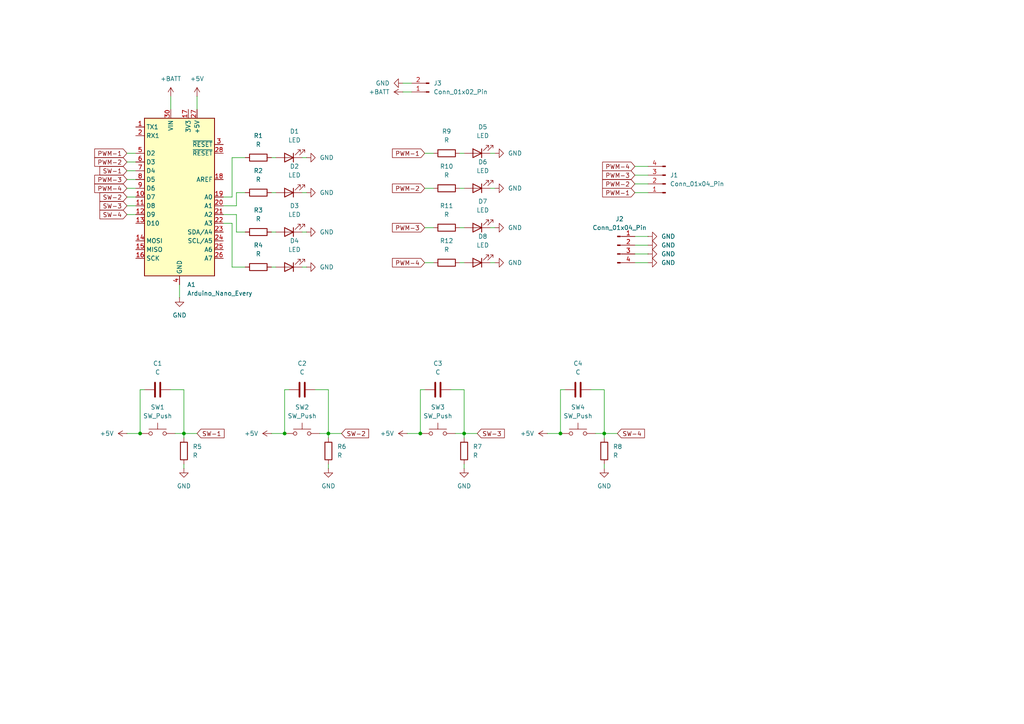
<source format=kicad_sch>
(kicad_sch (version 20231120) (generator "eeschema") (generator_version "8.0")
  (paper "A4")
  (lib_symbols
    (symbol "Connector:Conn_01x02_Pin" (pin_names (offset 1.016) hide)
      (property "Reference" "J" (at 0 2.54 0))
      (property "Value" "Conn_01x02_Pin" (at 0 -5.08 0))
      (symbol "Conn_01x02_Pin_1_1"
        (polyline (pts (xy 1.27 -2.54) (xy 0.8636 -2.54)) (stroke (width 0.1524)))
        (polyline (pts (xy 1.27 0) (xy 0.8636 0)) (stroke (width 0.1524)))
        (rectangle (start 0.8636 -2.413) (end 0 -2.667) (stroke (width 0.1524)) (fill (type outline)))
        (rectangle (start 0.8636 0.127) (end 0 -0.127) (stroke (width 0.1524)) (fill (type outline)))
        (pin passive line (at 5.08 0 180) (length 3.81) (name "Pin_1") (number "1"))
        (pin passive line (at 5.08 -2.54 180) (length 3.81) (name "Pin_2") (number "2"))
      )
    )
    (symbol "Connector:Conn_01x04_Pin" (pin_names (offset 1.016) hide)
      (property "Reference" "J" (at 0 5.08 0))
      (property "Value" "Conn_01x04_Pin" (at 0 -7.62 0))
      (symbol "Conn_01x04_Pin_1_1"
        (polyline (pts (xy 1.27 -5.08) (xy 0.8636 -5.08)) (stroke (width 0.1524)))
        (polyline (pts (xy 1.27 -2.54) (xy 0.8636 -2.54)) (stroke (width 0.1524)))
        (polyline (pts (xy 1.27 0) (xy 0.8636 0)) (stroke (width 0.1524)))
        (polyline (pts (xy 1.27 2.54) (xy 0.8636 2.54)) (stroke (width 0.1524)))
        (rectangle (start 0.8636 -4.953) (end 0 -5.207) (stroke (width 0.1524)) (fill (type outline)))
        (rectangle (start 0.8636 -2.413) (end 0 -2.667) (stroke (width 0.1524)) (fill (type outline)))
        (rectangle (start 0.8636 0.127) (end 0 -0.127) (stroke (width 0.1524)) (fill (type outline)))
        (rectangle (start 0.8636 2.667) (end 0 2.413) (stroke (width 0.1524)) (fill (type outline)))
        (pin passive line (at 5.08 2.54 180) (length 3.81) (name "Pin_1") (number "1"))
        (pin passive line (at 5.08 0 180) (length 3.81) (name "Pin_2") (number "2"))
        (pin passive line (at 5.08 -2.54 180) (length 3.81) (name "Pin_3") (number "3"))
        (pin passive line (at 5.08 -5.08 180) (length 3.81) (name "Pin_4") (number "4"))
      )
    )
    (symbol "Device:C" (pin_numbers hide) (pin_names (offset 0.254))
      (property "Reference" "C" (at 0.635 2.54 0))
      (property "Value" "C" (at 0.635 -2.54 0))
      (symbol "C_0_1"
        (polyline (pts (xy -2.032 -0.762) (xy 2.032 -0.762)) (stroke (width 0.508)))
        (polyline (pts (xy -2.032 0.762) (xy 2.032 0.762)) (stroke (width 0.508)))
      )
      (symbol "C_1_1"
        (pin passive line (at 0 3.81 270) (length 2.794) (name "~") (number "1"))
        (pin passive line (at 0 -3.81 90) (length 2.794) (name "~") (number "2"))
      )
    )
    (symbol "Device:LED" (pin_numbers hide) (pin_names (offset 1.016) hide)
      (property "Reference" "D" (at 0 2.54 0))
      (property "Value" "LED" (at 0 -2.54 0))
      (symbol "LED_0_1"
        (polyline (pts (xy -1.27 -1.27) (xy -1.27 1.27)) (stroke (width 0.254)))
        (polyline (pts (xy -1.27 0) (xy 1.27 0)))
        (polyline (pts (xy 1.27 -1.27) (xy 1.27 1.27) (xy -1.27 0) (xy 1.27 -1.27)) (stroke (width 0.254)))
        (polyline (pts (xy -3.048 -0.762) (xy -4.572 -2.286) (xy -3.81 -2.286) (xy -4.572 -2.286) (xy -4.572 -1.524)))
        (polyline (pts (xy -1.778 -0.762) (xy -3.302 -2.286) (xy -2.54 -2.286) (xy -3.302 -2.286) (xy -3.302 -1.524)))
      )
      (symbol "LED_1_1"
        (pin passive line (at -3.81 0 0) (length 2.54) (name "K") (number "1"))
        (pin passive line (at 3.81 0 180) (length 2.54) (name "A") (number "2"))
      )
    )
    (symbol "Device:R" (pin_numbers hide) (pin_names (offset 0))
      (property "Reference" "R" (at 2.032 0 90))
      (property "Value" "R" (at 0 0 90))
      (symbol "R_0_1"
        (rectangle (start -1.016 -2.54) (end 1.016 2.54) (stroke (width 0.254)))
      )
      (symbol "R_1_1"
        (pin passive line (at 0 3.81 270) (length 1.27) (name "~") (number "1"))
        (pin passive line (at 0 -3.81 90) (length 1.27) (name "~") (number "2"))
      )
    )
    (symbol "MCU_Module:Arduino_Nano_Every"
      (property "Reference" "A" (at -10.16 23.495 0))
      (property "Value" "Arduino_Nano_Every" (at 5.08 -24.13 0))
      (symbol "Arduino_Nano_Every_0_1"
        (rectangle (start -10.16 22.86) (end 10.16 -22.86) (stroke (width 0.254)) (fill (type background)))
      )
      (symbol "Arduino_Nano_Every_1_1"
        (pin bidirectional line (at -12.7 20.32 0) (length 2.54) (name "TX1") (number "1"))
        (pin bidirectional line (at -12.7 0 0) (length 2.54) (name "D7") (number "10"))
        (pin bidirectional line (at -12.7 -2.54 0) (length 2.54) (name "D8") (number "11"))
        (pin bidirectional line (at -12.7 -5.08 0) (length 2.54) (name "D9") (number "12"))
        (pin bidirectional line (at -12.7 -7.62 0) (length 2.54) (name "D10") (number "13"))
        (pin bidirectional line (at -12.7 -12.7 0) (length 2.54) (name "MOSI") (number "14"))
        (pin bidirectional line (at -12.7 -15.24 0) (length 2.54) (name "MISO") (number "15"))
        (pin bidirectional line (at -12.7 -17.78 0) (length 2.54) (name "SCK") (number "16"))
        (pin power_out line (at 2.54 25.4 270) (length 2.54) (name "3V3") (number "17"))
        (pin input line (at 12.7 5.08 180) (length 2.54) (name "AREF") (number "18"))
        (pin bidirectional line (at 12.7 0 180) (length 2.54) (name "A0") (number "19"))
        (pin bidirectional line (at -12.7 17.78 0) (length 2.54) (name "RX1") (number "2"))
        (pin bidirectional line (at 12.7 -2.54 180) (length 2.54) (name "A1") (number "20"))
        (pin bidirectional line (at 12.7 -5.08 180) (length 2.54) (name "A2") (number "21"))
        (pin bidirectional line (at 12.7 -7.62 180) (length 2.54) (name "A3") (number "22"))
        (pin bidirectional line (at 12.7 -10.16 180) (length 2.54) (name "SDA/A4") (number "23"))
        (pin bidirectional line (at 12.7 -12.7 180) (length 2.54) (name "SCL/A5") (number "24"))
        (pin bidirectional line (at 12.7 -15.24 180) (length 2.54) (name "A6") (number "25"))
        (pin bidirectional line (at 12.7 -17.78 180) (length 2.54) (name "A7") (number "26"))
        (pin power_out line (at 5.08 25.4 270) (length 2.54) (name "+5V") (number "27"))
        (pin input line (at 12.7 12.7 180) (length 2.54) (name "~{RESET}") (number "28"))
        (pin passive line (at 0 -25.4 90) (length 2.54) hide (name "GND") (number "29"))
        (pin input line (at 12.7 15.24 180) (length 2.54) (name "~{RESET}") (number "3"))
        (pin power_in line (at -2.54 25.4 270) (length 2.54) (name "VIN") (number "30"))
        (pin power_in line (at 0 -25.4 90) (length 2.54) (name "GND") (number "4"))
        (pin bidirectional line (at -12.7 12.7 0) (length 2.54) (name "D2") (number "5"))
        (pin bidirectional line (at -12.7 10.16 0) (length 2.54) (name "D3") (number "6"))
        (pin bidirectional line (at -12.7 7.62 0) (length 2.54) (name "D4") (number "7"))
        (pin bidirectional line (at -12.7 5.08 0) (length 2.54) (name "D5") (number "8"))
        (pin bidirectional line (at -12.7 2.54 0) (length 2.54) (name "D6") (number "9"))
      )
    )
    (symbol "Switch:SW_Push" (pin_numbers hide) (pin_names (offset 1.016) hide)
      (property "Reference" "SW" (at 1.27 2.54 0))
      (property "Value" "SW_Push" (at 0 -1.524 0))
      (symbol "SW_Push_0_1"
        (circle (center -2.032 0) (radius 0.508))
        (polyline (pts (xy 0 1.27) (xy 0 3.048)))
        (polyline (pts (xy 2.54 1.27) (xy -2.54 1.27)))
        (circle (center 2.032 0) (radius 0.508))
        (pin passive line (at -5.08 0 0) (length 2.54) (name "1") (number "1"))
        (pin passive line (at 5.08 0 180) (length 2.54) (name "2") (number "2"))
      )
    )
    (symbol "power:+5V" (power) (pin_numbers hide) (pin_names (offset 0) hide)
      (property "Value" "+5V" (at 0 3.556 0))
      (symbol "+5V_0_1"
        (polyline (pts (xy -0.762 1.27) (xy 0 2.54)))
        (polyline (pts (xy 0 0) (xy 0 2.54)))
        (polyline (pts (xy 0 2.54) (xy 0.762 1.27)))
      )
      (symbol "+5V_1_1"
        (pin power_in line (at 0 0 90) (length 0) (name "~") (number "1"))
      )
    )
    (symbol "power:+BATT" (power) (pin_numbers hide) (pin_names (offset 0) hide)
      (property "Value" "+BATT" (at 0 3.556 0))
      (symbol "+BATT_0_1"
        (polyline (pts (xy -0.762 1.27) (xy 0 2.54)))
        (polyline (pts (xy 0 0) (xy 0 2.54)))
        (polyline (pts (xy 0 2.54) (xy 0.762 1.27)))
      )
      (symbol "+BATT_1_1"
        (pin power_in line (at 0 0 90) (length 0) (name "~") (number "1"))
      )
    )
    (symbol "power:GND" (power) (pin_numbers hide) (pin_names (offset 0) hide)
      (property "Value" "GND" (at 0 -3.81 0))
      (symbol "GND_0_1"
        (polyline (pts (xy 0 0) (xy 0 -1.27) (xy 1.27 -1.27) (xy 0 -2.54) (xy -1.27 -1.27) (xy 0 -1.27)))
      )
      (symbol "GND_1_1"
        (pin power_in line (at 0 0 270) (length 0) (name "~") (number "1"))
      )
    )
  )
  (junction (at 121.92 125.73))
  (junction (at 82.55 125.73))
  (junction (at 134.62 125.73))
  (junction (at 95.25 125.73))
  (junction (at 40.64 125.73))
  (junction (at 162.56 125.73))
  (junction (at 175.26 125.73))
  (junction (at 53.34 125.73))
  (wire (pts (xy 171.45 113.03) (xy 175.26 113.03)))
  (wire (pts (xy 123.19 66.04) (xy 125.73 66.04)))
  (wire (pts (xy 184.15 76.2) (xy 187.96 76.2)))
  (wire (pts (xy 36.83 46.99) (xy 39.37 46.99)))
  (wire (pts (xy 95.25 125.73) (xy 99.06 125.73)))
  (wire (pts (xy 36.83 57.15) (xy 39.37 57.15)))
  (wire (pts (xy 134.62 125.73) (xy 138.43 125.73)))
  (wire (pts (xy 184.15 55.88) (xy 187.96 55.88)))
  (wire (pts (xy 53.34 125.73) (xy 53.34 127)))
  (wire (pts (xy 175.26 134.62) (xy 175.26 135.89)))
  (wire (pts (xy 121.92 113.03) (xy 123.19 113.03)))
  (wire (pts (xy 67.31 57.15) (xy 67.31 45.72)))
  (wire (pts (xy 175.26 125.73) (xy 179.07 125.73)))
  (wire (pts (xy 88.9 77.47) (xy 87.63 77.47)))
  (wire (pts (xy 80.01 45.72) (xy 78.74 45.72)))
  (wire (pts (xy 88.9 45.72) (xy 87.63 45.72)))
  (wire (pts (xy 36.83 125.73) (xy 40.64 125.73)))
  (wire (pts (xy 116.84 24.13) (xy 119.38 24.13)))
  (wire (pts (xy 134.62 125.73) (xy 134.62 127)))
  (wire (pts (xy 134.62 44.45) (xy 133.35 44.45)))
  (wire (pts (xy 67.31 77.47) (xy 71.12 77.47)))
  (wire (pts (xy 67.31 45.72) (xy 71.12 45.72)))
  (wire (pts (xy 95.25 125.73) (xy 95.25 127)))
  (wire (pts (xy 64.77 59.69) (xy 68.58 59.69)))
  (wire (pts (xy 91.44 113.03) (xy 95.25 113.03)))
  (wire (pts (xy 158.75 125.73) (xy 162.56 125.73)))
  (wire (pts (xy 118.11 125.73) (xy 121.92 125.73)))
  (wire (pts (xy 184.15 71.12) (xy 187.96 71.12)))
  (wire (pts (xy 82.55 113.03) (xy 83.82 113.03)))
  (wire (pts (xy 134.62 134.62) (xy 134.62 135.89)))
  (wire (pts (xy 123.19 76.2) (xy 125.73 76.2)))
  (wire (pts (xy 49.53 27.94) (xy 49.53 31.75)))
  (wire (pts (xy 184.15 48.26) (xy 187.96 48.26)))
  (wire (pts (xy 40.64 113.03) (xy 41.91 113.03)))
  (wire (pts (xy 64.77 64.77) (xy 67.31 64.77)))
  (wire (pts (xy 80.01 77.47) (xy 78.74 77.47)))
  (wire (pts (xy 143.51 44.45) (xy 142.24 44.45)))
  (wire (pts (xy 143.51 66.04) (xy 142.24 66.04)))
  (wire (pts (xy 36.83 59.69) (xy 39.37 59.69)))
  (wire (pts (xy 116.84 26.67) (xy 119.38 26.67)))
  (wire (pts (xy 143.51 76.2) (xy 142.24 76.2)))
  (wire (pts (xy 123.19 54.61) (xy 125.73 54.61)))
  (wire (pts (xy 36.83 54.61) (xy 39.37 54.61)))
  (wire (pts (xy 134.62 76.2) (xy 133.35 76.2)))
  (wire (pts (xy 134.62 54.61) (xy 133.35 54.61)))
  (wire (pts (xy 121.92 125.73) (xy 121.92 113.03)))
  (wire (pts (xy 36.83 52.07) (xy 39.37 52.07)))
  (wire (pts (xy 82.55 125.73) (xy 82.55 113.03)))
  (wire (pts (xy 67.31 64.77) (xy 67.31 77.47)))
  (wire (pts (xy 175.26 125.73) (xy 172.72 125.73)))
  (wire (pts (xy 53.34 113.03) (xy 53.34 125.73)))
  (wire (pts (xy 68.58 62.23) (xy 68.58 67.31)))
  (wire (pts (xy 53.34 125.73) (xy 57.15 125.73)))
  (wire (pts (xy 64.77 57.15) (xy 67.31 57.15)))
  (wire (pts (xy 36.83 62.23) (xy 39.37 62.23)))
  (wire (pts (xy 134.62 125.73) (xy 132.08 125.73)))
  (wire (pts (xy 88.9 55.88) (xy 87.63 55.88)))
  (wire (pts (xy 53.34 134.62) (xy 53.34 135.89)))
  (wire (pts (xy 162.56 125.73) (xy 162.56 113.03)))
  (wire (pts (xy 184.15 53.34) (xy 187.96 53.34)))
  (wire (pts (xy 68.58 59.69) (xy 68.58 55.88)))
  (wire (pts (xy 123.19 44.45) (xy 125.73 44.45)))
  (wire (pts (xy 143.51 54.61) (xy 142.24 54.61)))
  (wire (pts (xy 80.01 55.88) (xy 78.74 55.88)))
  (wire (pts (xy 36.83 44.45) (xy 39.37 44.45)))
  (wire (pts (xy 184.15 73.66) (xy 187.96 73.66)))
  (wire (pts (xy 52.07 86.36) (xy 52.07 82.55)))
  (wire (pts (xy 68.58 67.31) (xy 71.12 67.31)))
  (wire (pts (xy 134.62 113.03) (xy 134.62 125.73)))
  (wire (pts (xy 175.26 113.03) (xy 175.26 125.73)))
  (wire (pts (xy 53.34 125.73) (xy 50.8 125.73)))
  (wire (pts (xy 64.77 62.23) (xy 68.58 62.23)))
  (wire (pts (xy 95.25 134.62) (xy 95.25 135.89)))
  (wire (pts (xy 36.83 49.53) (xy 39.37 49.53)))
  (wire (pts (xy 95.25 125.73) (xy 92.71 125.73)))
  (wire (pts (xy 175.26 125.73) (xy 175.26 127)))
  (wire (pts (xy 187.96 68.58) (xy 184.15 68.58)))
  (wire (pts (xy 95.25 113.03) (xy 95.25 125.73)))
  (wire (pts (xy 80.01 67.31) (xy 78.74 67.31)))
  (wire (pts (xy 68.58 55.88) (xy 71.12 55.88)))
  (wire (pts (xy 134.62 66.04) (xy 133.35 66.04)))
  (wire (pts (xy 78.74 125.73) (xy 82.55 125.73)))
  (wire (pts (xy 184.15 50.8) (xy 187.96 50.8)))
  (wire (pts (xy 130.81 113.03) (xy 134.62 113.03)))
  (wire (pts (xy 49.53 113.03) (xy 53.34 113.03)))
  (wire (pts (xy 57.15 27.94) (xy 57.15 31.75)))
  (wire (pts (xy 40.64 125.73) (xy 40.64 113.03)))
  (wire (pts (xy 162.56 113.03) (xy 163.83 113.03)))
  (wire (pts (xy 88.9 67.31) (xy 87.63 67.31)))
  (global_label "PWM-1" (shape input) (at 36.83 44.45 180) (property "Intersheetrefs" "${INTERSHEET_REFS}" (effects (hide yes))))
  (global_label "SW-4" (shape input) (at 36.83 62.23 180) (property "Intersheetrefs" "${INTERSHEET_REFS}" (effects (hide yes))))
  (global_label "PWM-1" (shape input) (at 123.19 44.45 180) (property "Intersheetrefs" "${INTERSHEET_REFS}" (effects (hide yes))))
  (global_label "SW-2" (shape input) (at 36.83 57.15 180) (property "Intersheetrefs" "${INTERSHEET_REFS}" (effects (hide yes))))
  (global_label "PWM-3" (shape input) (at 123.19 66.04 180) (property "Intersheetrefs" "${INTERSHEET_REFS}" (effects (hide yes))))
  (global_label "PWM-2" (shape input) (at 184.15 53.34 180) (property "Intersheetrefs" "${INTERSHEET_REFS}" (effects (hide yes))))
  (global_label "PWM-1" (shape input) (at 184.15 55.88 180) (property "Intersheetrefs" "${INTERSHEET_REFS}" (effects (hide yes))))
  (global_label "SW-3" (shape input) (at 36.83 59.69 180) (property "Intersheetrefs" "${INTERSHEET_REFS}" (effects (hide yes))))
  (global_label "PWM-2" (shape input) (at 36.83 46.99 180) (property "Intersheetrefs" "${INTERSHEET_REFS}" (effects (hide yes))))
  (global_label "PWM-4" (shape input) (at 36.83 54.61 180) (property "Intersheetrefs" "${INTERSHEET_REFS}" (effects (hide yes))))
  (global_label "SW-4" (shape input) (at 179.07 125.73 0) (property "Intersheetrefs" "${INTERSHEET_REFS}" (effects (hide yes))))
  (global_label "SW-1" (shape input) (at 36.83 49.53 180) (property "Intersheetrefs" "${INTERSHEET_REFS}" (effects (hide yes))))
  (global_label "SW-2" (shape input) (at 99.06 125.73 0) (property "Intersheetrefs" "${INTERSHEET_REFS}" (effects (hide yes))))
  (global_label "PWM-2" (shape input) (at 123.19 54.61 180) (property "Intersheetrefs" "${INTERSHEET_REFS}" (effects (hide yes))))
  (global_label "PWM-4" (shape input) (at 184.15 48.26 180) (property "Intersheetrefs" "${INTERSHEET_REFS}" (effects (hide yes))))
  (global_label "PWM-4" (shape input) (at 123.19 76.2 180) (property "Intersheetrefs" "${INTERSHEET_REFS}" (effects (hide yes))))
  (global_label "PWM-3" (shape input) (at 184.15 50.8 180) (property "Intersheetrefs" "${INTERSHEET_REFS}" (effects (hide yes))))
  (global_label "SW-3" (shape input) (at 138.43 125.73 0) (property "Intersheetrefs" "${INTERSHEET_REFS}" (effects (hide yes))))
  (global_label "SW-1" (shape input) (at 57.15 125.73 0) (property "Intersheetrefs" "${INTERSHEET_REFS}" (effects (hide yes))))
  (global_label "PWM-3" (shape input) (at 36.83 52.07 180) (property "Intersheetrefs" "${INTERSHEET_REFS}" (effects (hide yes))))
  (symbol (lib_id "Switch:SW_Push") (at 167.64 125.73 0) (unit 1)
    (property "Reference" "SW4" (at 167.64 118.11 0))
    (property "Value" "SW_Push" (at 167.64 120.65 0))
    (property "Footprint" "Button_Switch_THT:SW_PUSH_6mm" (effects (hide yes)))
    (property "Description" "Push button switch, generic, two pins" (effects (hide yes)))
  )
  (symbol (lib_id "Device:C") (at 87.63 113.03 90) (unit 1)
    (property "Reference" "C2" (at 87.63 105.41 90))
    (property "Value" "C" (at 87.63 107.95 90))
    (property "Footprint" "Capacitor_THT:C_Disc_D6.0mm_W4.4mm_P5.00mm" (effects (hide yes)))
    (property "Description" "Unpolarized capacitor" (effects (hide yes)))
  )
  (symbol (lib_id "Device:LED") (at 138.43 54.61 180) (unit 1)
    (property "Reference" "D6" (at 140.0175 46.99 0))
    (property "Value" "LED" (at 140.0175 49.53 0))
    (property "Footprint" "LED_THT:LED_D3.0mm" (effects (hide yes)))
    (property "Description" "Light emitting diode" (effects (hide yes)))
  )
  (symbol (lib_id "Device:C") (at 167.64 113.03 90) (unit 1)
    (property "Reference" "C4" (at 167.64 105.41 90))
    (property "Value" "C" (at 167.64 107.95 90))
    (property "Footprint" "Capacitor_THT:C_Disc_D6.0mm_W4.4mm_P5.00mm" (effects (hide yes)))
    (property "Description" "Unpolarized capacitor" (effects (hide yes)))
  )
  (symbol (lib_id "power:+BATT") (at 116.84 26.67 90) (unit 1)
    (property "Reference" "#PWR024" (effects (hide yes)))
    (property "Value" "+BATT" (at 113.03 26.6699 90) (effects (justify left)))
    (property "Description" "Power symbol creates a global label with name \"+BATT\"" (effects (hide yes)))
  )
  (symbol (lib_id "Device:R") (at 175.26 130.81 0) (unit 1)
    (property "Reference" "R8" (at 177.8 129.5399 0) (effects (justify left)))
    (property "Value" "R" (at 177.8 132.0799 0) (effects (justify left)))
    (property "Footprint" "Resistor_THT:R_Axial_DIN0207_L6.3mm_D2.5mm_P10.16mm_Horizontal" (effects (hide yes)))
    (property "Description" "Resistor" (effects (hide yes)))
  )
  (symbol (lib_id "power:GND") (at 88.9 45.72 90) (unit 1)
    (property "Reference" "#PWR03" (effects (hide yes)))
    (property "Value" "GND" (at 92.71 45.7199 90) (effects (justify right)))
    (property "Description" "Power symbol creates a global label with name \"GND\" , ground" (effects (hide yes)))
  )
  (symbol (lib_id "power:+5V") (at 36.83 125.73 90) (unit 1)
    (property "Reference" "#PWR09" (effects (hide yes)))
    (property "Value" "+5V" (at 33.02 125.7299 90) (effects (justify left)))
    (property "Description" "Power symbol creates a global label with name \"+5V\"" (effects (hide yes)))
  )
  (symbol (lib_id "Device:R") (at 95.25 130.81 0) (unit 1)
    (property "Reference" "R6" (at 97.79 129.5399 0) (effects (justify left)))
    (property "Value" "R" (at 97.79 132.0799 0) (effects (justify left)))
    (property "Footprint" "Resistor_THT:R_Axial_DIN0207_L6.3mm_D2.5mm_P10.16mm_Horizontal" (effects (hide yes)))
    (property "Description" "Resistor" (effects (hide yes)))
  )
  (symbol (lib_id "Device:LED") (at 138.43 44.45 180) (unit 1)
    (property "Reference" "D5" (at 140.0175 36.83 0))
    (property "Value" "LED" (at 140.0175 39.37 0))
    (property "Footprint" "LED_THT:LED_D3.0mm" (effects (hide yes)))
    (property "Description" "Light emitting diode" (effects (hide yes)))
  )
  (symbol (lib_id "Device:C") (at 127 113.03 90) (unit 1)
    (property "Reference" "C3" (at 127 105.41 90))
    (property "Value" "C" (at 127 107.95 90))
    (property "Footprint" "Capacitor_THT:C_Disc_D6.0mm_W4.4mm_P5.00mm" (effects (hide yes)))
    (property "Description" "Unpolarized capacitor" (effects (hide yes)))
  )
  (symbol (lib_id "power:+BATT") (at 49.53 27.94 0) (unit 1)
    (property "Reference" "#PWR01" (effects (hide yes)))
    (property "Value" "+BATT" (at 49.53 22.86 0))
    (property "Description" "Power symbol creates a global label with name \"+BATT\"" (effects (hide yes)))
  )
  (symbol (lib_id "Connector:Conn_01x04_Pin") (at 179.07 71.12 0) (unit 1)
    (property "Reference" "J2" (at 179.705 63.5 0))
    (property "Value" "Conn_01x04_Pin" (at 179.705 66.04 0))
    (property "Footprint" "Connector_PinHeader_2.54mm:PinHeader_1x04_P2.54mm_Vertical" (effects (hide yes)))
    (property "Description" "Generic connector, single row, 01x04, script generated" (effects (hide yes)))
  )
  (symbol (lib_id "Device:R") (at 74.93 77.47 90) (unit 1)
    (property "Reference" "R4" (at 74.93 71.12 90))
    (property "Value" "R" (at 74.93 73.66 90))
    (property "Footprint" "Resistor_THT:R_Axial_DIN0207_L6.3mm_D2.5mm_P10.16mm_Horizontal" (effects (hide yes)))
    (property "Description" "Resistor" (effects (hide yes)))
  )
  (symbol (lib_id "power:GND") (at 52.07 86.36 0) (unit 1)
    (property "Reference" "#PWR02" (effects (hide yes)))
    (property "Value" "GND" (at 52.07 91.44 0))
    (property "Description" "Power symbol creates a global label with name \"GND\" , ground" (effects (hide yes)))
  )
  (symbol (lib_id "power:GND") (at 95.25 135.89 0) (unit 1)
    (property "Reference" "#PWR011" (effects (hide yes)))
    (property "Value" "GND" (at 95.25 140.97 0))
    (property "Description" "Power symbol creates a global label with name \"GND\" , ground" (effects (hide yes)))
  )
  (symbol (lib_id "power:GND") (at 116.84 24.13 270) (unit 1)
    (property "Reference" "#PWR025" (effects (hide yes)))
    (property "Value" "GND" (at 113.03 24.1299 90) (effects (justify right)))
    (property "Description" "Power symbol creates a global label with name \"GND\" , ground" (effects (hide yes)))
  )
  (symbol (lib_id "power:GND") (at 143.51 54.61 90) (unit 1)
    (property "Reference" "#PWR017" (effects (hide yes)))
    (property "Value" "GND" (at 147.32 54.6099 90) (effects (justify right)))
    (property "Description" "Power symbol creates a global label with name \"GND\" , ground" (effects (hide yes)))
  )
  (symbol (lib_id "power:GND") (at 143.51 66.04 90) (unit 1)
    (property "Reference" "#PWR018" (effects (hide yes)))
    (property "Value" "GND" (at 147.32 66.0399 90) (effects (justify right)))
    (property "Description" "Power symbol creates a global label with name \"GND\" , ground" (effects (hide yes)))
  )
  (symbol (lib_id "Device:LED") (at 138.43 66.04 180) (unit 1)
    (property "Reference" "D7" (at 140.0175 58.42 0))
    (property "Value" "LED" (at 140.0175 60.96 0))
    (property "Footprint" "LED_THT:LED_D3.0mm" (effects (hide yes)))
    (property "Description" "Light emitting diode" (effects (hide yes)))
  )
  (symbol (lib_id "Switch:SW_Push") (at 45.72 125.73 0) (unit 1)
    (property "Reference" "SW1" (at 45.72 118.11 0))
    (property "Value" "SW_Push" (at 45.72 120.65 0))
    (property "Footprint" "Button_Switch_THT:SW_PUSH_6mm" (effects (hide yes)))
    (property "Description" "Push button switch, generic, two pins" (effects (hide yes)))
  )
  (symbol (lib_id "power:+5V") (at 57.15 27.94 0) (unit 1)
    (property "Reference" "#PWR08" (effects (hide yes)))
    (property "Value" "+5V" (at 57.15 22.86 0))
    (property "Description" "Power symbol creates a global label with name \"+5V\"" (effects (hide yes)))
  )
  (symbol (lib_id "Connector:Conn_01x02_Pin") (at 124.46 26.67 180) (unit 1)
    (property "Reference" "J3" (at 125.73 24.1299 0) (effects (justify right)))
    (property "Value" "Conn_01x02_Pin" (at 125.73 26.6699 0) (effects (justify right)))
    (property "Footprint" "Connector_AMASS:AMASS_XT60-M_1x02_P7.20mm_Vertical" (effects (hide yes)))
    (property "Description" "Generic connector, single row, 01x02, script generated" (effects (hide yes)))
  )
  (symbol (lib_id "power:+5V") (at 78.74 125.73 90) (unit 1)
    (property "Reference" "#PWR010" (effects (hide yes)))
    (property "Value" "+5V" (at 74.93 125.7299 90) (effects (justify left)))
    (property "Description" "Power symbol creates a global label with name \"+5V\"" (effects (hide yes)))
  )
  (symbol (lib_id "Switch:SW_Push") (at 87.63 125.73 0) (unit 1)
    (property "Reference" "SW2" (at 87.63 118.11 0))
    (property "Value" "SW_Push" (at 87.63 120.65 0))
    (property "Footprint" "Button_Switch_THT:SW_PUSH_6mm" (effects (hide yes)))
    (property "Description" "Push button switch, generic, two pins" (effects (hide yes)))
  )
  (symbol (lib_id "power:GND") (at 187.96 68.58 90) (unit 1)
    (property "Reference" "#PWR020" (effects (hide yes)))
    (property "Value" "GND" (at 191.77 68.5799 90) (effects (justify right)))
    (property "Description" "Power symbol creates a global label with name \"GND\" , ground" (effects (hide yes)))
  )
  (symbol (lib_id "power:GND") (at 88.9 55.88 90) (unit 1)
    (property "Reference" "#PWR04" (effects (hide yes)))
    (property "Value" "GND" (at 92.71 55.8799 90) (effects (justify right)))
    (property "Description" "Power symbol creates a global label with name \"GND\" , ground" (effects (hide yes)))
  )
  (symbol (lib_id "Device:R") (at 53.34 130.81 0) (unit 1)
    (property "Reference" "R5" (at 55.88 129.5399 0) (effects (justify left)))
    (property "Value" "R" (at 55.88 132.0799 0) (effects (justify left)))
    (property "Footprint" "Resistor_THT:R_Axial_DIN0207_L6.3mm_D2.5mm_P10.16mm_Horizontal" (effects (hide yes)))
    (property "Description" "Resistor" (effects (hide yes)))
  )
  (symbol (lib_id "power:GND") (at 53.34 135.89 0) (unit 1)
    (property "Reference" "#PWR07" (effects (hide yes)))
    (property "Value" "GND" (at 53.34 140.97 0))
    (property "Description" "Power symbol creates a global label with name \"GND\" , ground" (effects (hide yes)))
  )
  (symbol (lib_id "Device:R") (at 129.54 54.61 90) (unit 1)
    (property "Reference" "R10" (at 129.54 48.26 90))
    (property "Value" "R" (at 129.54 50.8 90))
    (property "Footprint" "Resistor_THT:R_Axial_DIN0207_L6.3mm_D2.5mm_P10.16mm_Horizontal" (effects (hide yes)))
    (property "Description" "Resistor" (effects (hide yes)))
  )
  (symbol (lib_id "power:GND") (at 187.96 73.66 90) (unit 1)
    (property "Reference" "#PWR022" (effects (hide yes)))
    (property "Value" "GND" (at 191.77 73.6599 90) (effects (justify right)))
    (property "Description" "Power symbol creates a global label with name \"GND\" , ground" (effects (hide yes)))
  )
  (symbol (lib_id "Device:LED") (at 138.43 76.2 180) (unit 1)
    (property "Reference" "D8" (at 140.0175 68.58 0))
    (property "Value" "LED" (at 140.0175 71.12 0))
    (property "Footprint" "LED_THT:LED_D3.0mm" (effects (hide yes)))
    (property "Description" "Light emitting diode" (effects (hide yes)))
  )
  (symbol (lib_id "Device:R") (at 74.93 55.88 90) (unit 1)
    (property "Reference" "R2" (at 74.93 49.53 90))
    (property "Value" "R" (at 74.93 52.07 90))
    (property "Footprint" "Resistor_THT:R_Axial_DIN0207_L6.3mm_D2.5mm_P10.16mm_Horizontal" (effects (hide yes)))
    (property "Description" "Resistor" (effects (hide yes)))
  )
  (symbol (lib_id "power:+5V") (at 118.11 125.73 90) (unit 1)
    (property "Reference" "#PWR012" (effects (hide yes)))
    (property "Value" "+5V" (at 114.3 125.7299 90) (effects (justify left)))
    (property "Description" "Power symbol creates a global label with name \"+5V\"" (effects (hide yes)))
  )
  (symbol (lib_id "Device:LED") (at 83.82 45.72 180) (unit 1)
    (property "Reference" "D1" (at 85.4075 38.1 0))
    (property "Value" "LED" (at 85.4075 40.64 0))
    (property "Footprint" "LED_THT:LED_D3.0mm" (effects (hide yes)))
    (property "Description" "Light emitting diode" (effects (hide yes)))
  )
  (symbol (lib_id "power:GND") (at 88.9 67.31 90) (unit 1)
    (property "Reference" "#PWR05" (effects (hide yes)))
    (property "Value" "GND" (at 92.71 67.3099 90) (effects (justify right)))
    (property "Description" "Power symbol creates a global label with name \"GND\" , ground" (effects (hide yes)))
  )
  (symbol (lib_id "Device:R") (at 134.62 130.81 0) (unit 1)
    (property "Reference" "R7" (at 137.16 129.5399 0) (effects (justify left)))
    (property "Value" "R" (at 137.16 132.0799 0) (effects (justify left)))
    (property "Footprint" "Resistor_THT:R_Axial_DIN0207_L6.3mm_D2.5mm_P10.16mm_Horizontal" (effects (hide yes)))
    (property "Description" "Resistor" (effects (hide yes)))
  )
  (symbol (lib_id "Switch:SW_Push") (at 127 125.73 0) (unit 1)
    (property "Reference" "SW3" (at 127 118.11 0))
    (property "Value" "SW_Push" (at 127 120.65 0))
    (property "Footprint" "Button_Switch_THT:SW_PUSH_6mm" (effects (hide yes)))
    (property "Description" "Push button switch, generic, two pins" (effects (hide yes)))
  )
  (symbol (lib_id "Device:C") (at 45.72 113.03 90) (unit 1)
    (property "Reference" "C1" (at 45.72 105.41 90))
    (property "Value" "C" (at 45.72 107.95 90))
    (property "Footprint" "Capacitor_THT:C_Disc_D6.0mm_W4.4mm_P5.00mm" (effects (hide yes)))
    (property "Description" "Unpolarized capacitor" (effects (hide yes)))
  )
  (symbol (lib_id "Device:R") (at 129.54 76.2 90) (unit 1)
    (property "Reference" "R12" (at 129.54 69.85 90))
    (property "Value" "R" (at 129.54 72.39 90))
    (property "Footprint" "Resistor_THT:R_Axial_DIN0207_L6.3mm_D2.5mm_P10.16mm_Horizontal" (effects (hide yes)))
    (property "Description" "Resistor" (effects (hide yes)))
  )
  (symbol (lib_id "power:GND") (at 134.62 135.89 0) (unit 1)
    (property "Reference" "#PWR013" (effects (hide yes)))
    (property "Value" "GND" (at 134.62 140.97 0))
    (property "Description" "Power symbol creates a global label with name \"GND\" , ground" (effects (hide yes)))
  )
  (symbol (lib_id "MCU_Module:Arduino_Nano_Every") (at 52.07 57.15 0) (unit 1)
    (property "Reference" "A1" (at 54.2641 82.55 0) (effects (justify left)))
    (property "Value" "Arduino_Nano_Every" (at 54.2641 85.09 0) (effects (justify left)))
    (property "Footprint" "Module:Arduino_Nano" (effects (hide yes)))
    (property "Datasheet" "https://content.arduino.cc/assets/NANOEveryV3.0_sch.pdf" (effects (hide yes)))
    (property "Description" "Arduino Nano Every" (effects (hide yes)))
  )
  (symbol (lib_id "power:GND") (at 88.9 77.47 90) (unit 1)
    (property "Reference" "#PWR06" (effects (hide yes)))
    (property "Value" "GND" (at 92.71 77.4699 90) (effects (justify right)))
    (property "Description" "Power symbol creates a global label with name \"GND\" , ground" (effects (hide yes)))
  )
  (symbol (lib_id "Device:R") (at 129.54 66.04 90) (unit 1)
    (property "Reference" "R11" (at 129.54 59.69 90))
    (property "Value" "R" (at 129.54 62.23 90))
    (property "Footprint" "Resistor_THT:R_Axial_DIN0207_L6.3mm_D2.5mm_P10.16mm_Horizontal" (effects (hide yes)))
    (property "Description" "Resistor" (effects (hide yes)))
  )
  (symbol (lib_id "Connector:Conn_01x04_Pin") (at 193.04 53.34 180) (unit 1)
    (property "Reference" "J1" (at 194.31 50.7999 0) (effects (justify right)))
    (property "Value" "Conn_01x04_Pin" (at 194.31 53.3399 0) (effects (justify right)))
    (property "Footprint" "Connector_PinHeader_2.54mm:PinHeader_1x04_P2.54mm_Vertical" (effects (hide yes)))
    (property "Description" "Generic connector, single row, 01x04, script generated" (effects (hide yes)))
  )
  (symbol (lib_id "power:+5V") (at 158.75 125.73 90) (unit 1)
    (property "Reference" "#PWR014" (effects (hide yes)))
    (property "Value" "+5V" (at 154.94 125.7299 90) (effects (justify left)))
    (property "Description" "Power symbol creates a global label with name \"+5V\"" (effects (hide yes)))
  )
  (symbol (lib_id "Device:R") (at 74.93 45.72 90) (unit 1)
    (property "Reference" "R1" (at 74.93 39.37 90))
    (property "Value" "R" (at 74.93 41.91 90))
    (property "Footprint" "Resistor_THT:R_Axial_DIN0207_L6.3mm_D2.5mm_P10.16mm_Horizontal" (effects (hide yes)))
    (property "Description" "Resistor" (effects (hide yes)))
  )
  (symbol (lib_id "Device:R") (at 129.54 44.45 90) (unit 1)
    (property "Reference" "R9" (at 129.54 38.1 90))
    (property "Value" "R" (at 129.54 40.64 90))
    (property "Footprint" "Resistor_THT:R_Axial_DIN0207_L6.3mm_D2.5mm_P10.16mm_Horizontal" (effects (hide yes)))
    (property "Description" "Resistor" (effects (hide yes)))
  )
  (symbol (lib_id "Device:LED") (at 83.82 77.47 180) (unit 1)
    (property "Reference" "D4" (at 85.4075 69.85 0))
    (property "Value" "LED" (at 85.4075 72.39 0))
    (property "Footprint" "LED_THT:LED_D3.0mm" (effects (hide yes)))
    (property "Description" "Light emitting diode" (effects (hide yes)))
  )
  (symbol (lib_id "Device:LED") (at 83.82 67.31 180) (unit 1)
    (property "Reference" "D3" (at 85.4075 59.69 0))
    (property "Value" "LED" (at 85.4075 62.23 0))
    (property "Footprint" "LED_THT:LED_D3.0mm" (effects (hide yes)))
    (property "Description" "Light emitting diode" (effects (hide yes)))
  )
  (symbol (lib_id "power:GND") (at 187.96 76.2 90) (unit 1)
    (property "Reference" "#PWR023" (effects (hide yes)))
    (property "Value" "GND" (at 191.77 76.1999 90) (effects (justify right)))
    (property "Description" "Power symbol creates a global label with name \"GND\" , ground" (effects (hide yes)))
  )
  (symbol (lib_id "power:GND") (at 143.51 44.45 90) (unit 1)
    (property "Reference" "#PWR016" (effects (hide yes)))
    (property "Value" "GND" (at 147.32 44.4499 90) (effects (justify right)))
    (property "Description" "Power symbol creates a global label with name \"GND\" , ground" (effects (hide yes)))
  )
  (symbol (lib_id "power:GND") (at 143.51 76.2 90) (unit 1)
    (property "Reference" "#PWR019" (effects (hide yes)))
    (property "Value" "GND" (at 147.32 76.1999 90) (effects (justify right)))
    (property "Description" "Power symbol creates a global label with name \"GND\" , ground" (effects (hide yes)))
  )
  (symbol (lib_id "power:GND") (at 187.96 71.12 90) (unit 1)
    (property "Reference" "#PWR021" (effects (hide yes)))
    (property "Value" "GND" (at 191.77 71.1199 90) (effects (justify right)))
    (property "Description" "Power symbol creates a global label with name \"GND\" , ground" (effects (hide yes)))
  )
  (symbol (lib_id "Device:LED") (at 83.82 55.88 180) (unit 1)
    (property "Reference" "D2" (at 85.4075 48.26 0))
    (property "Value" "LED" (at 85.4075 50.8 0))
    (property "Footprint" "LED_THT:LED_D3.0mm" (effects (hide yes)))
    (property "Description" "Light emitting diode" (effects (hide yes)))
  )
  (symbol (lib_id "power:GND") (at 175.26 135.89 0) (unit 1)
    (property "Reference" "#PWR015" (effects (hide yes)))
    (property "Value" "GND" (at 175.26 140.97 0))
    (property "Description" "Power symbol creates a global label with name \"GND\" , ground" (effects (hide yes)))
  )
  (symbol (lib_id "Device:R") (at 74.93 67.31 90) (unit 1)
    (property "Reference" "R3" (at 74.93 60.96 90))
    (property "Value" "R" (at 74.93 63.5 90))
    (property "Footprint" "Resistor_THT:R_Axial_DIN0207_L6.3mm_D2.5mm_P10.16mm_Horizontal" (effects (hide yes)))
    (property "Description" "Resistor" (effects (hide yes)))
  )
)
</source>
